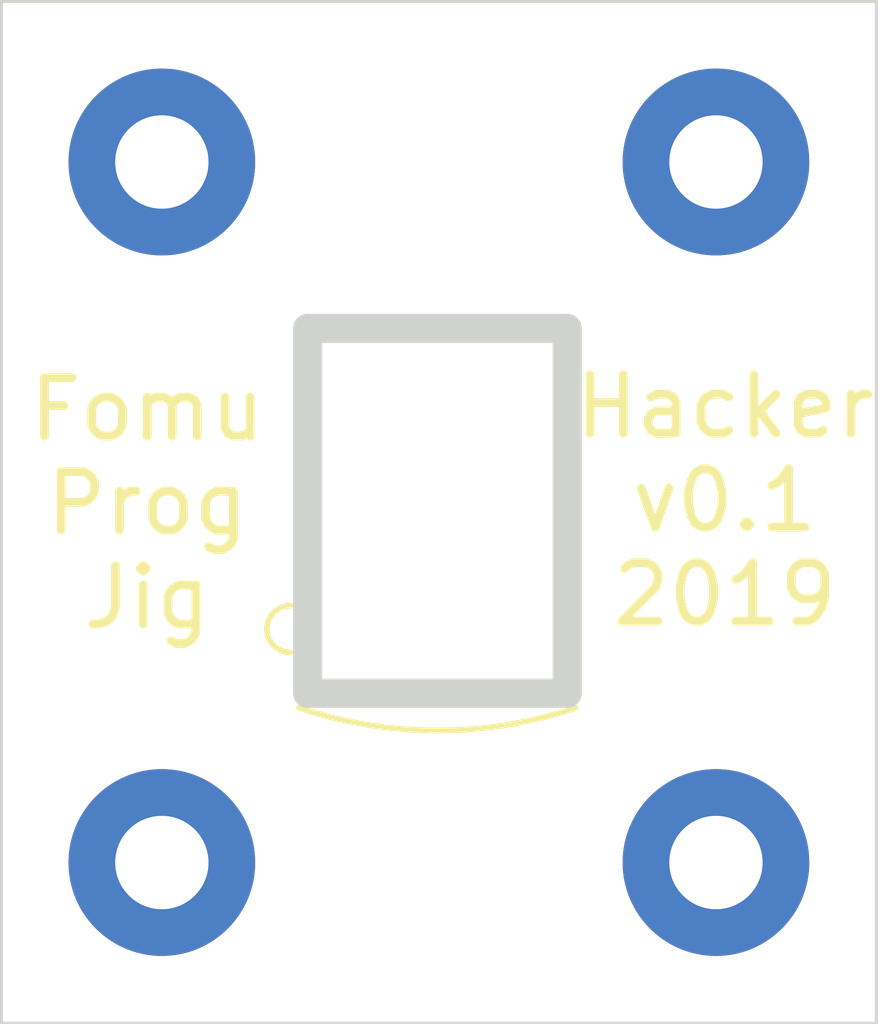
<source format=kicad_pcb>
(kicad_pcb (version 20171130) (host pcbnew 5.1.4+dfsg1-1)

  (general
    (thickness 1.6)
    (drawings 13)
    (tracks 0)
    (zones 0)
    (modules 4)
    (nets 1)
  )

  (page A4)
  (layers
    (0 F.Cu signal)
    (31 B.Cu signal)
    (32 B.Adhes user)
    (33 F.Adhes user)
    (34 B.Paste user)
    (35 F.Paste user)
    (36 B.SilkS user)
    (37 F.SilkS user)
    (38 B.Mask user)
    (39 F.Mask user)
    (40 Dwgs.User user)
    (41 Cmts.User user)
    (42 Eco1.User user)
    (43 Eco2.User user)
    (44 Edge.Cuts user)
    (45 Margin user)
    (46 B.CrtYd user)
    (47 F.CrtYd user)
    (48 B.Fab user)
    (49 F.Fab user)
  )

  (setup
    (last_trace_width 0.25)
    (trace_clearance 0.2)
    (zone_clearance 0.508)
    (zone_45_only no)
    (trace_min 0.2)
    (via_size 0.8)
    (via_drill 0.4)
    (via_min_size 0.4)
    (via_min_drill 0.3)
    (uvia_size 0.3)
    (uvia_drill 0.1)
    (uvias_allowed no)
    (uvia_min_size 0.2)
    (uvia_min_drill 0.1)
    (edge_width 0.05)
    (segment_width 0.2)
    (pcb_text_width 0.3)
    (pcb_text_size 1.5 1.5)
    (mod_edge_width 0.12)
    (mod_text_size 1 1)
    (mod_text_width 0.15)
    (pad_size 1.7 1.7)
    (pad_drill 1)
    (pad_to_mask_clearance 0.051)
    (solder_mask_min_width 0.25)
    (aux_axis_origin 0 0)
    (grid_origin -110.2 -75.7)
    (visible_elements FFFFFF7F)
    (pcbplotparams
      (layerselection 0x010fc_ffffffff)
      (usegerberextensions false)
      (usegerberattributes false)
      (usegerberadvancedattributes false)
      (creategerberjobfile false)
      (excludeedgelayer true)
      (linewidth 0.100000)
      (plotframeref false)
      (viasonmask false)
      (mode 1)
      (useauxorigin false)
      (hpglpennumber 1)
      (hpglpenspeed 20)
      (hpglpendiameter 15.000000)
      (psnegative false)
      (psa4output false)
      (plotreference true)
      (plotvalue true)
      (plotinvisibletext false)
      (padsonsilk false)
      (subtractmaskfromsilk false)
      (outputformat 1)
      (mirror false)
      (drillshape 0)
      (scaleselection 1)
      (outputdirectory ""))
  )

  (net 0 "")

  (net_class Default "This is the default net class."
    (clearance 0.2)
    (trace_width 0.25)
    (via_dia 0.8)
    (via_drill 0.4)
    (uvia_dia 0.3)
    (uvia_drill 0.1)
  )

  (module MountingHole:MountingHole_3.2mm_M3_Pad (layer F.Cu) (tedit 56D1B4CB) (tstamp 5D79D1C8)
    (at -85.7 -81.2)
    (descr "Mounting Hole 3.2mm, M3")
    (tags "mounting hole 3.2mm m3")
    (path /5D7A3E75)
    (attr virtual)
    (fp_text reference H4 (at 0 -4.2) (layer F.SilkS) hide
      (effects (font (size 1 1) (thickness 0.15)))
    )
    (fp_text value MountingHole (at 0 4.2) (layer F.Fab)
      (effects (font (size 1 1) (thickness 0.15)))
    )
    (fp_circle (center 0 0) (end 3.45 0) (layer F.CrtYd) (width 0.05))
    (fp_circle (center 0 0) (end 3.2 0) (layer Cmts.User) (width 0.15))
    (fp_text user %R (at 0.3 0) (layer F.Fab)
      (effects (font (size 1 1) (thickness 0.15)))
    )
    (pad 1 thru_hole circle (at 0 0) (size 6.4 6.4) (drill 3.2) (layers *.Cu *.Mask))
  )

  (module MountingHole:MountingHole_3.2mm_M3_Pad (layer F.Cu) (tedit 56D1B4CB) (tstamp 5D79D1C0)
    (at -104.7 -81.2)
    (descr "Mounting Hole 3.2mm, M3")
    (tags "mounting hole 3.2mm m3")
    (path /5D7A38A5)
    (attr virtual)
    (fp_text reference H3 (at 0 -4.2) (layer F.SilkS) hide
      (effects (font (size 1 1) (thickness 0.15)))
    )
    (fp_text value MountingHole (at 0 4.2) (layer F.Fab)
      (effects (font (size 1 1) (thickness 0.15)))
    )
    (fp_circle (center 0 0) (end 3.45 0) (layer F.CrtYd) (width 0.05))
    (fp_circle (center 0 0) (end 3.2 0) (layer Cmts.User) (width 0.15))
    (fp_text user %R (at 0.3 0) (layer F.Fab)
      (effects (font (size 1 1) (thickness 0.15)))
    )
    (pad 1 thru_hole circle (at 0 0) (size 6.4 6.4) (drill 3.2) (layers *.Cu *.Mask))
  )

  (module MountingHole:MountingHole_3.2mm_M3_Pad (layer F.Cu) (tedit 56D1B4CB) (tstamp 5D79D1B8)
    (at -85.7 -105.2)
    (descr "Mounting Hole 3.2mm, M3")
    (tags "mounting hole 3.2mm m3")
    (path /5D7A3B61)
    (attr virtual)
    (fp_text reference H2 (at 0 -4.2) (layer F.SilkS) hide
      (effects (font (size 1 1) (thickness 0.15)))
    )
    (fp_text value MountingHole (at 0 4.2) (layer F.Fab)
      (effects (font (size 1 1) (thickness 0.15)))
    )
    (fp_circle (center 0 0) (end 3.45 0) (layer F.CrtYd) (width 0.05))
    (fp_circle (center 0 0) (end 3.2 0) (layer Cmts.User) (width 0.15))
    (fp_text user %R (at 0.3 0) (layer F.Fab)
      (effects (font (size 1 1) (thickness 0.15)))
    )
    (pad 1 thru_hole circle (at 0 0) (size 6.4 6.4) (drill 3.2) (layers *.Cu *.Mask))
  )

  (module MountingHole:MountingHole_3.2mm_M3_Pad (layer F.Cu) (tedit 56D1B4CB) (tstamp 5D79D5F4)
    (at -104.7 -105.2)
    (descr "Mounting Hole 3.2mm, M3")
    (tags "mounting hole 3.2mm m3")
    (path /5D7A2A75)
    (attr virtual)
    (fp_text reference H1 (at 0 -4.2) (layer F.SilkS) hide
      (effects (font (size 1 1) (thickness 0.15)))
    )
    (fp_text value MountingHole (at 0 4.2) (layer F.Fab)
      (effects (font (size 1 1) (thickness 0.15)))
    )
    (fp_circle (center 0 0) (end 3.45 0) (layer F.CrtYd) (width 0.05))
    (fp_circle (center 0 0) (end 3.2 0) (layer Cmts.User) (width 0.15))
    (fp_text user %R (at 0.3 0) (layer F.Fab)
      (effects (font (size 1 1) (thickness 0.15)))
    )
    (pad 1 thru_hole circle (at 0 0) (size 6.4 6.4) (drill 3.2) (layers *.Cu *.Mask))
  )

  (gr_line (start -99.7 -87) (end -90.8 -87) (layer Edge.Cuts) (width 1) (tstamp 5D7A0877))
  (gr_line (start -99.7 -99.5) (end -90.8 -99.5) (layer Edge.Cuts) (width 1) (tstamp 5D7A0852))
  (gr_line (start -90.8 -87) (end -90.8 -99.5) (layer Edge.Cuts) (width 1) (tstamp 5D7A084B))
  (gr_line (start -99.7 -87) (end -99.7 -99.5) (layer Edge.Cuts) (width 1) (tstamp 5D7A0810))
  (gr_text "Hacker\nv0.1\n2019" (at -85.4 -93.6) (layer F.SilkS) (tstamp 5D797DA0)
    (effects (font (size 2 2) (thickness 0.3)))
  )
  (gr_text "Fomu\nProg\nJig" (at -105.2 -93.5) (layer F.SilkS)
    (effects (font (size 2 2) (thickness 0.3)))
  )
  (gr_arc (start -95.24043 -100.724855) (end -95.24043 -85.724855) (angle 18.5) (layer F.SilkS) (width 0.2) (tstamp 5D79FFE5))
  (gr_arc (start -95.25957 -100.724855) (end -95.25957 -85.724855) (angle -18.5) (layer F.SilkS) (width 0.2) (tstamp 5D797CC5))
  (gr_arc (start -100.3 -89.2) (end -100.3 -90) (angle -180) (layer F.SilkS) (width 0.2))
  (gr_line (start -80.2 -75.7) (end -110.2 -75.7) (layer Edge.Cuts) (width 0.1))
  (gr_line (start -80.2 -110.7) (end -80.2 -75.7) (layer Edge.Cuts) (width 0.1) (tstamp 5D797A90))
  (gr_line (start -110.2 -110.7) (end -80.2 -110.7) (layer Edge.Cuts) (width 0.1))
  (gr_line (start -110.2 -75.7) (end -110.2 -110.7) (layer Edge.Cuts) (width 0.1))

)

</source>
